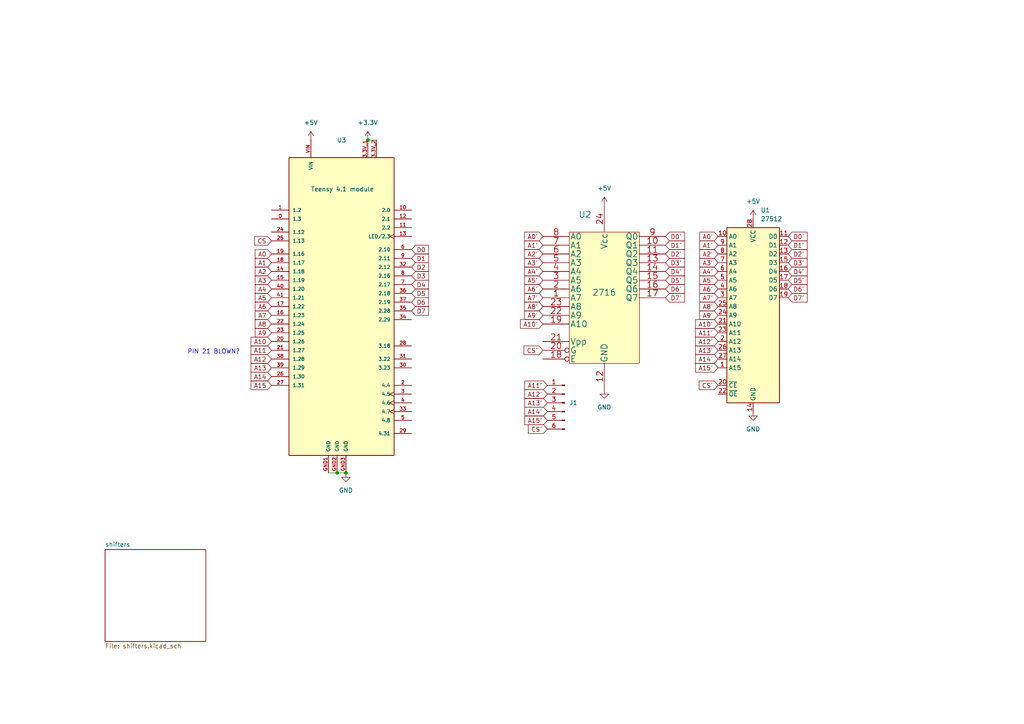
<source format=kicad_sch>
(kicad_sch (version 20231120) (generator "eeschema") (generator_version "8.0")
  (paper "A4")
  (lib_symbols
    (symbol "Connector:Conn_01x06_Pin" (pin_names (offset 1.016) hide)
      (property "Reference" "J" (at 0 7.62 0))
      (property "Value" "Conn_01x06_Pin" (at 0 -10.16 0))
      (symbol "Conn_01x06_Pin_1_1"
        (polyline (pts (xy 1.27 -7.62) (xy 0.8636 -7.62)) (stroke (width 0.1524)))
        (polyline (pts (xy 1.27 -5.08) (xy 0.8636 -5.08)) (stroke (width 0.1524)))
        (polyline (pts (xy 1.27 -2.54) (xy 0.8636 -2.54)) (stroke (width 0.1524)))
        (polyline (pts (xy 1.27 0) (xy 0.8636 0)) (stroke (width 0.1524)))
        (polyline (pts (xy 1.27 2.54) (xy 0.8636 2.54)) (stroke (width 0.1524)))
        (polyline (pts (xy 1.27 5.08) (xy 0.8636 5.08)) (stroke (width 0.1524)))
        (rectangle (start 0.8636 -7.493) (end 0 -7.747) (stroke (width 0.1524)) (fill (type outline)))
        (rectangle (start 0.8636 -4.953) (end 0 -5.207) (stroke (width 0.1524)) (fill (type outline)))
        (rectangle (start 0.8636 -2.413) (end 0 -2.667) (stroke (width 0.1524)) (fill (type outline)))
        (rectangle (start 0.8636 0.127) (end 0 -0.127) (stroke (width 0.1524)) (fill (type outline)))
        (rectangle (start 0.8636 2.667) (end 0 2.413) (stroke (width 0.1524)) (fill (type outline)))
        (rectangle (start 0.8636 5.207) (end 0 4.953) (stroke (width 0.1524)) (fill (type outline)))
        (pin passive line (at 5.08 5.08 180) (length 3.81) (name "Pin_1") (number "1"))
        (pin passive line (at 5.08 2.54 180) (length 3.81) (name "Pin_2") (number "2"))
        (pin passive line (at 5.08 0 180) (length 3.81) (name "Pin_3") (number "3"))
        (pin passive line (at 5.08 -2.54 180) (length 3.81) (name "Pin_4") (number "4"))
        (pin passive line (at 5.08 -5.08 180) (length 3.81) (name "Pin_5") (number "5"))
        (pin passive line (at 5.08 -7.62 180) (length 3.81) (name "Pin_6") (number "6"))
      )
    )
    (symbol "DEV-16771:DEV-16771" (pin_names (offset 1.016))
      (property "Reference" "U3" (at 0 55.88 0))
      (property "Value" "Teensy 4.1 module" (at 0.254 41.656 0))
      (symbol "DEV-16771_0_0"
        (rectangle (start -15.24 50.8) (end 15.24 -35.56) (stroke (width 0.254)) (fill (type background)))
        (pin bidirectional line (at -20.32 33.02 0) (length 5.08) (name "1.3") (number "0"))
        (pin bidirectional line (at -20.32 35.56 0) (length 5.08) (name "1.2") (number "1"))
        (pin bidirectional line (at 20.32 35.56 180) (length 5.08) (name "2.0") (number "10"))
        (pin bidirectional line (at 20.32 30.48 180) (length 5.08) (name "2.2") (number "11"))
        (pin bidirectional line (at 20.32 33.02 180) (length 5.08) (name "2.1") (number "12"))
        (pin bidirectional line (at -20.32 17.78 0) (length 5.08) (name "1.18") (number "14"))
        (pin bidirectional line (at -20.32 15.24 0) (length 5.08) (name "1.19") (number "15"))
        (pin bidirectional line (at -20.32 5.08 0) (length 5.08) (name "1.23") (number "16"))
        (pin bidirectional line (at -20.32 7.62 0) (length 5.08) (name "1.22") (number "17"))
        (pin bidirectional line (at -20.32 20.32 0) (length 5.08) (name "1.17") (number "18"))
        (pin bidirectional line (at -20.32 22.86 0) (length 5.08) (name "1.16") (number "19"))
        (pin output line (at 20.32 -15.24 180) (length 5.08) (name "4.4") (number "2"))
        (pin bidirectional line (at -20.32 -2.54 0) (length 5.08) (name "1.26") (number "20"))
        (pin bidirectional line (at -20.32 -5.08 0) (length 5.08) (name "1.27") (number "21"))
        (pin bidirectional line (at -20.32 2.54 0) (length 5.08) (name "1.24") (number "22"))
        (pin bidirectional line (at -20.32 0 0) (length 5.08) (name "1.25") (number "23"))
        (pin bidirectional line (at -20.32 29.21 0) (length 5.08) (name "1.12") (number "24"))
        (pin bidirectional line (at -20.32 26.67 0) (length 5.08) (name "1.13") (number "25"))
        (pin bidirectional line (at -20.32 -12.7 0) (length 5.08) (name "1.30") (number "26"))
        (pin bidirectional line (at -20.32 -15.24 0) (length 5.08) (name "1.31") (number "27"))
        (pin bidirectional line (at 20.32 -3.81 180) (length 5.08) (name "3.18") (number "28"))
        (pin bidirectional line (at 20.32 -29.21 180) (length 5.08) (name "4.31") (number "29"))
        (pin bidirectional clock (at 20.32 -17.78 180) (length 5.08) (name "4.5") (number "3"))
        (pin power_in line (at 7.62 55.88 270) (length 5.08) (name "") (number "3.3V_1"))
        (pin power_in line (at 10.16 55.88 270) (length 5.08) (name "") (number "3.3V_2"))
        (pin bidirectional line (at 20.32 -10.16 180) (length 5.08) (name "3.23") (number "30"))
        (pin bidirectional line (at 20.32 -7.62 180) (length 5.08) (name "3.22") (number "31"))
        (pin output line (at 20.32 19.05 180) (length 5.08) (name "2.12") (number "32"))
        (pin bidirectional clock (at 20.32 -22.86 180) (length 5.08) (name "4.7") (number "33"))
        (pin bidirectional line (at 20.32 3.81 180) (length 5.08) (name "2.29") (number "34"))
        (pin bidirectional line (at 20.32 6.35 180) (length 5.08) (name "2.28") (number "35"))
        (pin bidirectional line (at 20.32 11.43 180) (length 5.08) (name "2.18") (number "36"))
        (pin bidirectional line (at 20.32 8.89 180) (length 5.08) (name "2.19") (number "37"))
        (pin bidirectional line (at -20.32 -7.62 0) (length 5.08) (name "1.28") (number "38"))
        (pin bidirectional line (at -20.32 -10.16 0) (length 5.08) (name "1.29") (number "39"))
        (pin bidirectional clock (at 20.32 -20.32 180) (length 5.08) (name "4.6") (number "4"))
        (pin bidirectional line (at -20.32 12.7 0) (length 5.08) (name "1.20") (number "40"))
        (pin bidirectional line (at -20.32 10.16 0) (length 5.08) (name "1.21") (number "41"))
        (pin bidirectional line (at 20.32 -25.4 180) (length 5.08) (name "4.8") (number "5"))
        (pin output line (at 20.32 24.13 180) (length 5.08) (name "2.10") (number "6"))
        (pin bidirectional line (at 20.32 13.97 180) (length 5.08) (name "2.17") (number "7"))
        (pin bidirectional line (at 20.32 16.51 180) (length 5.08) (name "2.16") (number "8"))
        (pin output line (at 20.32 21.59 180) (length 5.08) (name "2.11") (number "9"))
        (pin power_in line (at -3.81 -40.64 90) (length 5.08) (name "GND") (number "GND1"))
        (pin power_in line (at -1.27 -40.64 90) (length 5.08) (name "GND") (number "GND2"))
        (pin power_in line (at 1.27 -40.64 90) (length 5.08) (name "GND") (number "GND3"))
        (pin input line (at -8.89 55.88 270) (length 5.08) (name "VIN") (number "VIN"))
      )
      (symbol "DEV-16771_1_0"
        (pin bidirectional clock (at 20.32 27.94 180) (length 5.08) (name "LED/2.3") (number "13"))
      )
    )
    (symbol "Memory_EPROM:27512"
      (property "Reference" "U" (at -7.62 26.67 0))
      (property "Value" "27512" (at 2.54 -26.67 0))
      (symbol "27512_1_1"
        (rectangle (start -7.62 25.4) (end 7.62 -25.4) (stroke (width 0.254)) (fill (type background)))
        (pin input line (at -10.16 -15.24 0) (length 2.54) (name "A15") (number "1"))
        (pin input line (at -10.16 22.86 0) (length 2.54) (name "A0") (number "10"))
        (pin tri_state line (at 10.16 22.86 180) (length 2.54) (name "D0") (number "11"))
        (pin tri_state line (at 10.16 20.32 180) (length 2.54) (name "D1") (number "12"))
        (pin tri_state line (at 10.16 17.78 180) (length 2.54) (name "D2") (number "13"))
        (pin power_in line (at 0 -27.94 90) (length 2.54) (name "GND") (number "14"))
        (pin tri_state line (at 10.16 15.24 180) (length 2.54) (name "D3") (number "15"))
        (pin tri_state line (at 10.16 12.7 180) (length 2.54) (name "D4") (number "16"))
        (pin tri_state line (at 10.16 10.16 180) (length 2.54) (name "D5") (number "17"))
        (pin tri_state line (at 10.16 7.62 180) (length 2.54) (name "D6") (number "18"))
        (pin tri_state line (at 10.16 5.08 180) (length 2.54) (name "D7") (number "19"))
        (pin input line (at -10.16 -7.62 0) (length 2.54) (name "A12") (number "2"))
        (pin input line (at -10.16 -20.32 0) (length 2.54) (name "~{CE}") (number "20"))
        (pin input line (at -10.16 -2.54 0) (length 2.54) (name "A10") (number "21"))
        (pin input line (at -10.16 -22.86 0) (length 2.54) (name "~{OE}") (number "22"))
        (pin input line (at -10.16 -5.08 0) (length 2.54) (name "A11") (number "23"))
        (pin input line (at -10.16 0 0) (length 2.54) (name "A9") (number "24"))
        (pin input line (at -10.16 2.54 0) (length 2.54) (name "A8") (number "25"))
        (pin input line (at -10.16 -10.16 0) (length 2.54) (name "A13") (number "26"))
        (pin input line (at -10.16 -12.7 0) (length 2.54) (name "A14") (number "27"))
        (pin power_in line (at 0 27.94 270) (length 2.54) (name "VCC") (number "28"))
        (pin input line (at -10.16 5.08 0) (length 2.54) (name "A7") (number "3"))
        (pin input line (at -10.16 7.62 0) (length 2.54) (name "A6") (number "4"))
        (pin input line (at -10.16 10.16 0) (length 2.54) (name "A5") (number "5"))
        (pin input line (at -10.16 12.7 0) (length 2.54) (name "A4") (number "6"))
        (pin input line (at -10.16 15.24 0) (length 2.54) (name "A3") (number "7"))
        (pin input line (at -10.16 17.78 0) (length 2.54) (name "A2") (number "8"))
        (pin input line (at -10.16 20.32 0) (length 2.54) (name "A1") (number "9"))
      )
    )
    (symbol "memory:2716" (pin_names (offset 0.254))
      (property "Reference" "U2" (at -5.588 24.13 0))
      (property "Value" "2716" (at 0 1.524 0))
      (symbol "2716_0_1"
        (rectangle (start -10.16 19.05) (end 10.16 -19.05) (fill (type background)))
      )
      (symbol "2716_1_0"
        (pin power_in line (at 0 -26.67 90) (length 7.62) (name "GND") (number "12"))
        (pin power_in line (at 0 26.67 270) (length 7.62) (name "Vcc") (number "24"))
      )
      (symbol "2716_1_1"
        (pin input line (at -17.78 0 0) (length 7.62) (name "A7") (number "1"))
        (pin tri_state line (at 17.78 15.24 180) (length 7.62) (name "Q1") (number "10"))
        (pin tri_state line (at 17.78 12.7 180) (length 7.62) (name "Q2") (number "11"))
        (pin tri_state line (at 17.78 10.16 180) (length 7.62) (name "Q3") (number "13"))
        (pin tri_state line (at 17.78 7.62 180) (length 7.62) (name "Q4") (number "14"))
        (pin tri_state line (at 17.78 5.08 180) (length 7.62) (name "Q5") (number "15"))
        (pin tri_state line (at 17.78 2.54 180) (length 7.62) (name "Q6") (number "16"))
        (pin tri_state line (at 17.78 0 180) (length 7.62) (name "Q7") (number "17"))
        (pin input inverted (at -17.78 -17.78 0) (length 7.62) (name "E") (number "18"))
        (pin input line (at -17.78 -7.62 0) (length 7.62) (name "A10") (number "19"))
        (pin input line (at -17.78 2.54 0) (length 7.62) (name "A6") (number "2"))
        (pin input inverted (at -17.78 -15.24 0) (length 7.62) (name "G") (number "20"))
        (pin input line (at -17.78 -12.7 0) (length 7.62) (name "Vpp") (number "21"))
        (pin input line (at -17.78 -5.08 0) (length 7.62) (name "A9") (number "22"))
        (pin input line (at -17.78 -2.54 0) (length 7.62) (name "A8") (number "23"))
        (pin input line (at -17.78 5.08 0) (length 7.62) (name "A5") (number "3"))
        (pin input line (at -17.78 7.62 0) (length 7.62) (name "A4") (number "4"))
        (pin input line (at -17.78 10.16 0) (length 7.62) (name "A3") (number "5"))
        (pin input line (at -17.78 12.7 0) (length 7.62) (name "A2") (number "6"))
        (pin input line (at -17.78 15.24 0) (length 7.62) (name "A1") (number "7"))
        (pin input line (at -17.78 17.78 0) (length 7.62) (name "A0") (number "8"))
        (pin tri_state line (at 17.78 17.78 180) (length 7.62) (name "Q0") (number "9"))
      )
    )
    (symbol "power:+3.3V" (power) (pin_numbers hide) (pin_names (offset 0) hide)
      (property "Value" "+3.3V" (at 0 3.556 0))
      (symbol "+3.3V_0_1"
        (polyline (pts (xy -0.762 1.27) (xy 0 2.54)))
        (polyline (pts (xy 0 0) (xy 0 2.54)))
        (polyline (pts (xy 0 2.54) (xy 0.762 1.27)))
      )
      (symbol "+3.3V_1_1"
        (pin power_in line (at 0 0 90) (length 0) (name "~") (number "1"))
      )
    )
    (symbol "power:+5V" (power) (pin_numbers hide) (pin_names (offset 0) hide)
      (property "Value" "+5V" (at 0 3.556 0))
      (symbol "+5V_0_1"
        (polyline (pts (xy -0.762 1.27) (xy 0 2.54)))
        (polyline (pts (xy 0 0) (xy 0 2.54)))
        (polyline (pts (xy 0 2.54) (xy 0.762 1.27)))
      )
      (symbol "+5V_1_1"
        (pin power_in line (at 0 0 90) (length 0) (name "~") (number "1"))
      )
    )
    (symbol "power:GND" (power) (pin_numbers hide) (pin_names (offset 0) hide)
      (property "Value" "GND" (at 0 -3.81 0))
      (symbol "GND_0_1"
        (polyline (pts (xy 0 0) (xy 0 -1.27) (xy 1.27 -1.27) (xy 0 -2.54) (xy -1.27 -1.27) (xy 0 -1.27)))
      )
      (symbol "GND_1_1"
        (pin power_in line (at 0 0 270) (length 0) (name "~") (number "1"))
      )
    )
  )
  (junction (at 106.68 40.64))
  (junction (at 97.79 137.16))
  (junction (at 100.33 137.16))
  (wire (pts (xy 106.68 40.64) (xy 109.22 40.64)))
  (wire (pts (xy 97.79 137.16) (xy 100.33 137.16)))
  (wire (pts (xy 95.25 137.16) (xy 97.79 137.16)))
  (text "PIN 21 BLOWN?\n" (at 61.976 102.108 0) (effects (font (size 1.27 1.27))))
  (global_label "A9'" (shape input) (at 208.28 91.44 180) (property "Intersheetrefs" "${INTERSHEET_REFS}" (effects (hide yes))))
  (global_label "A0" (shape input) (at 78.74 73.66 180) (property "Intersheetrefs" "${INTERSHEET_REFS}" (effects (hide yes))))
  (global_label "CS'" (shape input) (at 208.28 111.76 180) (property "Intersheetrefs" "${INTERSHEET_REFS}" (effects (hide yes))))
  (global_label "A11'" (shape input) (at 208.28 96.52 180) (property "Intersheetrefs" "${INTERSHEET_REFS}" (effects (hide yes))))
  (global_label "A3'" (shape input) (at 208.28 76.2 180) (property "Intersheetrefs" "${INTERSHEET_REFS}" (effects (hide yes))))
  (global_label "A8" (shape input) (at 78.74 93.98 180) (property "Intersheetrefs" "${INTERSHEET_REFS}" (effects (hide yes))))
  (global_label "A1'" (shape input) (at 157.48 71.12 180) (property "Intersheetrefs" "${INTERSHEET_REFS}" (effects (hide yes))))
  (global_label "D1" (shape input) (at 119.38 74.93 0) (property "Intersheetrefs" "${INTERSHEET_REFS}" (effects (hide yes))))
  (global_label "D7" (shape input) (at 119.38 90.17 0) (property "Intersheetrefs" "${INTERSHEET_REFS}" (effects (hide yes))))
  (global_label "A5'" (shape input) (at 208.28 81.28 180) (property "Intersheetrefs" "${INTERSHEET_REFS}" (effects (hide yes))))
  (global_label "A8'" (shape input) (at 157.48 88.9 180) (property "Intersheetrefs" "${INTERSHEET_REFS}" (effects (hide yes))))
  (global_label "A4" (shape input) (at 78.74 83.82 180) (property "Intersheetrefs" "${INTERSHEET_REFS}" (effects (hide yes))))
  (global_label "D4" (shape input) (at 119.38 82.55 0) (property "Intersheetrefs" "${INTERSHEET_REFS}" (effects (hide yes))))
  (global_label "A11" (shape input) (at 78.74 101.6 180) (property "Intersheetrefs" "${INTERSHEET_REFS}" (effects (hide yes))))
  (global_label "A11'" (shape input) (at 158.75 111.76 180) (property "Intersheetrefs" "${INTERSHEET_REFS}" (effects (hide yes))))
  (global_label "D2'" (shape input) (at 228.6 73.66 0) (property "Intersheetrefs" "${INTERSHEET_REFS}" (effects (hide yes))))
  (global_label "D0'" (shape input) (at 193.04 68.58 0) (property "Intersheetrefs" "${INTERSHEET_REFS}" (effects (hide yes))))
  (global_label "A12" (shape input) (at 78.74 104.14 180) (property "Intersheetrefs" "${INTERSHEET_REFS}" (effects (hide yes))))
  (global_label "A7'" (shape input) (at 208.28 86.36 180) (property "Intersheetrefs" "${INTERSHEET_REFS}" (effects (hide yes))))
  (global_label "D1'" (shape input) (at 228.6 71.12 0) (property "Intersheetrefs" "${INTERSHEET_REFS}" (effects (hide yes))))
  (global_label "D5'" (shape input) (at 228.6 81.28 0) (property "Intersheetrefs" "${INTERSHEET_REFS}" (effects (hide yes))))
  (global_label "A14'" (shape input) (at 158.75 119.38 180) (property "Intersheetrefs" "${INTERSHEET_REFS}" (effects (hide yes))))
  (global_label "A13'" (shape input) (at 158.75 116.84 180) (property "Intersheetrefs" "${INTERSHEET_REFS}" (effects (hide yes))))
  (global_label "CS" (shape input) (at 78.74 69.85 180) (property "Intersheetrefs" "${INTERSHEET_REFS}" (effects (hide yes))))
  (global_label "A6" (shape input) (at 78.74 88.9 180) (property "Intersheetrefs" "${INTERSHEET_REFS}" (effects (hide yes))))
  (global_label "A15" (shape input) (at 78.74 111.76 180) (property "Intersheetrefs" "${INTERSHEET_REFS}" (effects (hide yes))))
  (global_label "D2" (shape input) (at 119.38 77.47 0) (property "Intersheetrefs" "${INTERSHEET_REFS}" (effects (hide yes))))
  (global_label "D3'" (shape input) (at 193.04 76.2 0) (property "Intersheetrefs" "${INTERSHEET_REFS}" (effects (hide yes))))
  (global_label "A1'" (shape input) (at 208.28 71.12 180) (property "Intersheetrefs" "${INTERSHEET_REFS}" (effects (hide yes))))
  (global_label "A7" (shape input) (at 78.74 91.44 180) (property "Intersheetrefs" "${INTERSHEET_REFS}" (effects (hide yes))))
  (global_label "A9" (shape input) (at 78.74 96.52 180) (property "Intersheetrefs" "${INTERSHEET_REFS}" (effects (hide yes))))
  (global_label "D4'" (shape input) (at 193.04 78.74 0) (property "Intersheetrefs" "${INTERSHEET_REFS}" (effects (hide yes))))
  (global_label "CS'" (shape input) (at 158.75 124.46 180) (property "Intersheetrefs" "${INTERSHEET_REFS}" (effects (hide yes))))
  (global_label "D5'" (shape input) (at 193.04 81.28 0) (property "Intersheetrefs" "${INTERSHEET_REFS}" (effects (hide yes))))
  (global_label "D6" (shape input) (at 119.38 87.63 0) (property "Intersheetrefs" "${INTERSHEET_REFS}" (effects (hide yes))))
  (global_label "D2'" (shape input) (at 193.04 73.66 0) (property "Intersheetrefs" "${INTERSHEET_REFS}" (effects (hide yes))))
  (global_label "A6'" (shape input) (at 208.28 83.82 180) (property "Intersheetrefs" "${INTERSHEET_REFS}" (effects (hide yes))))
  (global_label "A4'" (shape input) (at 157.48 78.74 180) (property "Intersheetrefs" "${INTERSHEET_REFS}" (effects (hide yes))))
  (global_label "A15'" (shape input) (at 158.75 121.92 180) (property "Intersheetrefs" "${INTERSHEET_REFS}" (effects (hide yes))))
  (global_label "A10'" (shape input) (at 157.48 93.98 180) (property "Intersheetrefs" "${INTERSHEET_REFS}" (effects (hide yes))))
  (global_label "D6'" (shape input) (at 193.04 83.82 0) (property "Intersheetrefs" "${INTERSHEET_REFS}" (effects (hide yes))))
  (global_label "CS'" (shape input) (at 157.48 101.6 180) (property "Intersheetrefs" "${INTERSHEET_REFS}" (effects (hide yes))))
  (global_label "D0" (shape input) (at 119.38 72.39 0) (property "Intersheetrefs" "${INTERSHEET_REFS}" (effects (hide yes))))
  (global_label "A14" (shape input) (at 78.74 109.22 180) (property "Intersheetrefs" "${INTERSHEET_REFS}" (effects (hide yes))))
  (global_label "D0'" (shape input) (at 228.6 68.58 0) (property "Intersheetrefs" "${INTERSHEET_REFS}" (effects (hide yes))))
  (global_label "D7'" (shape input) (at 228.6 86.36 0) (property "Intersheetrefs" "${INTERSHEET_REFS}" (effects (hide yes))))
  (global_label "D5" (shape input) (at 119.38 85.09 0) (property "Intersheetrefs" "${INTERSHEET_REFS}" (effects (hide yes))))
  (global_label "A5" (shape input) (at 78.74 86.36 180) (property "Intersheetrefs" "${INTERSHEET_REFS}" (effects (hide yes))))
  (global_label "A3'" (shape input) (at 157.48 76.2 180) (property "Intersheetrefs" "${INTERSHEET_REFS}" (effects (hide yes))))
  (global_label "A12'" (shape input) (at 158.75 114.3 180) (property "Intersheetrefs" "${INTERSHEET_REFS}" (effects (hide yes))))
  (global_label "A2" (shape input) (at 78.74 78.74 180) (property "Intersheetrefs" "${INTERSHEET_REFS}" (effects (hide yes))))
  (global_label "A14'" (shape input) (at 208.28 104.14 180) (property "Intersheetrefs" "${INTERSHEET_REFS}" (effects (hide yes))))
  (global_label "A2'" (shape input) (at 157.48 73.66 180) (property "Intersheetrefs" "${INTERSHEET_REFS}" (effects (hide yes))))
  (global_label "A5'" (shape input) (at 157.48 81.28 180) (property "Intersheetrefs" "${INTERSHEET_REFS}" (effects (hide yes))))
  (global_label "A10" (shape input) (at 78.74 99.06 180) (property "Intersheetrefs" "${INTERSHEET_REFS}" (effects (hide yes))))
  (global_label "A3" (shape input) (at 78.74 81.28 180) (property "Intersheetrefs" "${INTERSHEET_REFS}" (effects (hide yes))))
  (global_label "A10'" (shape input) (at 208.28 93.98 180) (property "Intersheetrefs" "${INTERSHEET_REFS}" (effects (hide yes))))
  (global_label "A4'" (shape input) (at 208.28 78.74 180) (property "Intersheetrefs" "${INTERSHEET_REFS}" (effects (hide yes))))
  (global_label "A8'" (shape input) (at 208.28 88.9 180) (property "Intersheetrefs" "${INTERSHEET_REFS}" (effects (hide yes))))
  (global_label "D4'" (shape input) (at 228.6 78.74 0) (property "Intersheetrefs" "${INTERSHEET_REFS}" (effects (hide yes))))
  (global_label "D7'" (shape input) (at 193.04 86.36 0) (property "Intersheetrefs" "${INTERSHEET_REFS}" (effects (hide yes))))
  (global_label "A7'" (shape input) (at 157.48 86.36 180) (property "Intersheetrefs" "${INTERSHEET_REFS}" (effects (hide yes))))
  (global_label "A13'" (shape input) (at 208.28 101.6 180) (property "Intersheetrefs" "${INTERSHEET_REFS}" (effects (hide yes))))
  (global_label "D1'" (shape input) (at 193.04 71.12 0) (property "Intersheetrefs" "${INTERSHEET_REFS}" (effects (hide yes))))
  (global_label "A12'" (shape input) (at 208.28 99.06 180) (property "Intersheetrefs" "${INTERSHEET_REFS}" (effects (hide yes))))
  (global_label "A15'" (shape input) (at 208.28 106.68 180) (property "Intersheetrefs" "${INTERSHEET_REFS}" (effects (hide yes))))
  (global_label "A0'" (shape input) (at 208.28 68.58 180) (property "Intersheetrefs" "${INTERSHEET_REFS}" (effects (hide yes))))
  (global_label "A9'" (shape input) (at 157.48 91.44 180) (property "Intersheetrefs" "${INTERSHEET_REFS}" (effects (hide yes))))
  (global_label "A13" (shape input) (at 78.74 106.68 180) (property "Intersheetrefs" "${INTERSHEET_REFS}" (effects (hide yes))))
  (global_label "D3" (shape input) (at 119.38 80.01 0) (property "Intersheetrefs" "${INTERSHEET_REFS}" (effects (hide yes))))
  (global_label "D3'" (shape input) (at 228.6 76.2 0) (property "Intersheetrefs" "${INTERSHEET_REFS}" (effects (hide yes))))
  (global_label "A1" (shape input) (at 78.74 76.2 180) (property "Intersheetrefs" "${INTERSHEET_REFS}" (effects (hide yes))))
  (global_label "D6'" (shape input) (at 228.6 83.82 0) (property "Intersheetrefs" "${INTERSHEET_REFS}" (effects (hide yes))))
  (global_label "A2'" (shape input) (at 208.28 73.66 180) (property "Intersheetrefs" "${INTERSHEET_REFS}" (effects (hide yes))))
  (global_label "A0'" (shape input) (at 157.48 68.58 180) (property "Intersheetrefs" "${INTERSHEET_REFS}" (effects (hide yes))))
  (global_label "A6'" (shape input) (at 157.48 83.82 180) (property "Intersheetrefs" "${INTERSHEET_REFS}" (effects (hide yes))))
  (symbol (lib_id "power:+3.3V") (at 106.68 40.64 0) (unit 1)
    (property "Reference" "#PWR051" (effects (hide yes)))
    (property "Value" "+3.3V" (at 106.68 35.56 0))
    (property "Description" "Power symbol creates a global label with name \"+3.3V\"" (effects (hide yes)))
  )
  (symbol (lib_id "power:GND") (at 100.33 137.16 0) (unit 1)
    (property "Reference" "#PWR053" (effects (hide yes)))
    (property "Value" "GND" (at 100.33 142.24 0))
    (property "Description" "Power symbol creates a global label with name \"GND\" , ground" (effects (hide yes)))
  )
  (symbol (lib_id "power:GND") (at 218.44 119.38 0) (unit 1) (on_board no)
    (property "Reference" "#PWR056" (effects (hide yes)))
    (property "Value" "GND" (at 218.44 124.46 0))
    (property "Description" "Power symbol creates a global label with name \"GND\" , ground" (effects (hide yes)))
  )
  (symbol (lib_id "DEV-16771:DEV-16771") (at 99.06 96.52 0) (unit 1)
    (property "Reference" "U3" (at 99.06 40.64 0))
    (property "Value" "Teensy 4.1 module" (at 99.314 54.864 0))
    (property "Footprint" "DEV-16771:MODULE_DEV-16771" (effects (hide yes)))
    (property "MF" "SparkFun Electronics" (effects (hide yes)))
    (property "MAXIMUM_PACKAGE_HEIGHT" "4.07mm" (effects (hide yes)))
    (property "Package" "None" (effects (hide yes)))
    (property "Price" "None" (effects (hide yes)))
    (property "Check_prices" "https://www.snapeda.com/parts/DEV-16771/SparkFun+Electronics/view-part/?ref=eda" (effects (hide yes)))
    (property "STANDARD" "Manufacturer recommendations" (effects (hide yes)))
    (property "PARTREV" "4.1" (effects (hide yes)))
    (property "SnapEDA_Link" "https://www.snapeda.com/parts/DEV-16771/SparkFun+Electronics/view-part/?ref=snap" (effects (hide yes)))
    (property "MP" "DEV-16771" (effects (hide yes)))
    (property "Purchase-URL" "https://www.snapeda.com/api/url_track_click_mouser/?unipart_id=4833875&manufacturer=SparkFun Electronics&part_name=DEV-16771&search_term=None" (effects (hide yes)))
    (property "Description_1" "\nRT1062 Teensy 4.1 series ARM® Cortex®-M7 MPU Embedded Evaluation Board\n" (effects (hide yes)))
    (property "Availability" "In Stock" (effects (hide yes)))
    (property "MANUFACTURER" "SparkFun Electronics" (effects (hide yes)))
  )
  (symbol (lib_id "Memory_EPROM:27512") (at 218.44 91.44 0) (unit 1) (on_board no)
    (property "Reference" "U1" (at 220.6341 60.96 0) (effects (justify left)))
    (property "Value" "27512" (at 220.6341 63.5 0) (effects (justify left)))
    (property "Footprint" "Package_DIP:DIP-28_W15.24mm" (effects (hide yes)))
    (property "Datasheet" "http://pdf.datasheetcatalog.com/datasheets/120/227190_DS.pdf" (effects (hide yes)))
    (property "Description" "UV Erasable EPROM 512 KiBit, [Obsolete 2007-01]" (effects (hide yes)))
  )
  (symbol (lib_id "power:+5V") (at 218.44 63.5 0) (unit 1) (on_board no)
    (property "Reference" "#PWR057" (effects (hide yes)))
    (property "Value" "+5V" (at 218.44 58.42 0))
    (property "Description" "Power symbol creates a global label with name \"+5V\"" (effects (hide yes)))
  )
  (symbol (lib_id "power:GND") (at 175.26 113.03 0) (unit 1)
    (property "Reference" "#PWR04" (effects (hide yes)))
    (property "Value" "GND" (at 175.26 118.11 0))
    (property "Description" "Power symbol creates a global label with name \"GND\" , ground" (effects (hide yes)))
  )
  (symbol (lib_id "power:+5V") (at 175.26 59.69 0) (unit 1)
    (property "Reference" "#PWR03" (effects (hide yes)))
    (property "Value" "+5V" (at 175.26 54.61 0))
    (property "Description" "Power symbol creates a global label with name \"+5V\"" (effects (hide yes)))
  )
  (symbol (lib_id "memory:2716") (at 175.26 86.36 0) (unit 1)
    (property "Reference" "U2" (at 169.672 62.23 0) (effects (font (size 1.778 1.778))))
    (property "Value" "2716" (at 175.26 84.836 0) (effects (font (size 1.778 1.778))))
    (property "Footprint" "Package_DIP:DIP-24_W15.24mm" (effects (hide yes)))
    (property "Description" "REPROM 2KO" (effects (hide yes)))
  )
  (symbol (lib_id "Connector:Conn_01x06_Pin") (at 163.83 116.84 0) (mirror y) (unit 1) (in_bom no)
    (property "Reference" "J1" (at 165.1 116.8399 0) (effects (justify right)))
    (property "Value" "Conn_01x06_Pin" (effects (hide yes)))
    (property "Footprint" "Connector_PinHeader_2.54mm:PinHeader_1x06_P2.54mm_Vertical" (effects (hide yes)))
    (property "Description" "Generic connector, single row, 01x06, script generated" (effects (hide yes)))
  )
  (symbol (lib_id "power:+5V") (at 90.17 40.64 0) (unit 1)
    (property "Reference" "#PWR052" (effects (hide yes)))
    (property "Value" "+5V" (at 90.17 35.56 0))
    (property "Description" "Power symbol creates a global label with name \"+5V\"" (effects (hide yes)))
  )
  (sheet (at 30.48 159.385) (size 29.21 26.67) (stroke (width 0.1524))
    (property "Sheetname" "shifters" (at 30.48 158.6734 0) (effects (justify left bottom)))
    (property "Sheetfile" "shifters.kicad_sch" (at 30.48 186.6396 0) (effects (justify left top)))
  )
)
</source>
